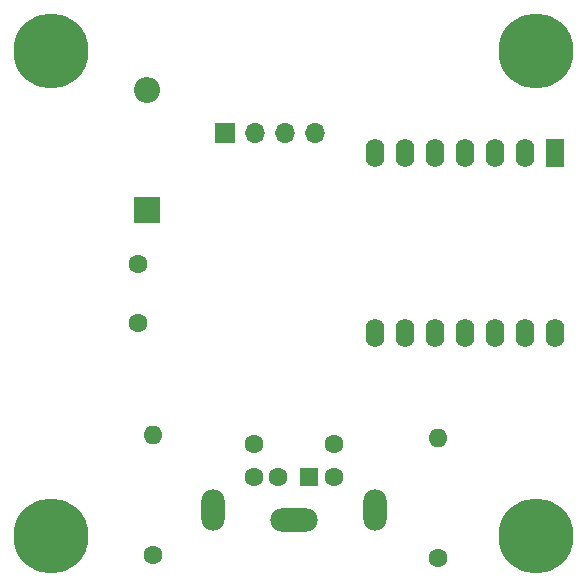
<source format=gbr>
G04 #@! TF.GenerationSoftware,KiCad,Pcbnew,(6.0.1)*
G04 #@! TF.CreationDate,2022-08-01T18:48:13-04:00*
G04 #@! TF.ProjectId,TinyPS2,54696e79-5053-4322-9e6b-696361645f70,X1*
G04 #@! TF.SameCoordinates,Original*
G04 #@! TF.FileFunction,Soldermask,Bot*
G04 #@! TF.FilePolarity,Negative*
%FSLAX46Y46*%
G04 Gerber Fmt 4.6, Leading zero omitted, Abs format (unit mm)*
G04 Created by KiCad (PCBNEW (6.0.1)) date 2022-08-01 18:48:13*
%MOMM*%
%LPD*%
G01*
G04 APERTURE LIST*
%ADD10C,1.600000*%
%ADD11R,1.700000X1.700000*%
%ADD12O,1.700000X1.700000*%
%ADD13R,1.600000X1.600000*%
%ADD14O,2.000000X3.500000*%
%ADD15O,4.000000X2.000000*%
%ADD16O,1.600000X1.600000*%
%ADD17C,6.350000*%
%ADD18R,1.600000X2.400000*%
%ADD19O,1.600000X2.400000*%
%ADD20R,2.200000X2.200000*%
%ADD21O,2.200000X2.200000*%
G04 APERTURE END LIST*
D10*
X21336000Y-37044000D03*
X21336000Y-32044000D03*
D11*
X28712000Y-20885000D03*
D12*
X31252000Y-20885000D03*
X33792000Y-20885000D03*
X36332000Y-20885000D03*
D13*
X35810000Y-50025000D03*
D10*
X33210000Y-50025000D03*
X37910000Y-50025000D03*
X31110000Y-50025000D03*
X37910000Y-47225000D03*
X31110000Y-47225000D03*
D14*
X27660000Y-52875000D03*
D15*
X34510000Y-53675000D03*
D14*
X41360000Y-52875000D03*
D10*
X46736000Y-56896000D03*
D16*
X46736000Y-46736000D03*
D10*
X22606000Y-56642000D03*
D16*
X22606000Y-46482000D03*
D17*
X55000000Y-14000000D03*
D18*
X56642000Y-22606000D03*
D19*
X54102000Y-22606000D03*
X51562000Y-22606000D03*
X49022000Y-22606000D03*
X46482000Y-22606000D03*
X43942000Y-22606000D03*
X41402000Y-22606000D03*
X41402000Y-37846000D03*
X43942000Y-37846000D03*
X46482000Y-37846000D03*
X49022000Y-37846000D03*
X51562000Y-37846000D03*
X54102000Y-37846000D03*
X56642000Y-37846000D03*
D20*
X22098000Y-27432000D03*
D21*
X22098000Y-17272000D03*
D17*
X14000000Y-55000000D03*
X14000000Y-14000000D03*
X55000000Y-55000000D03*
M02*

</source>
